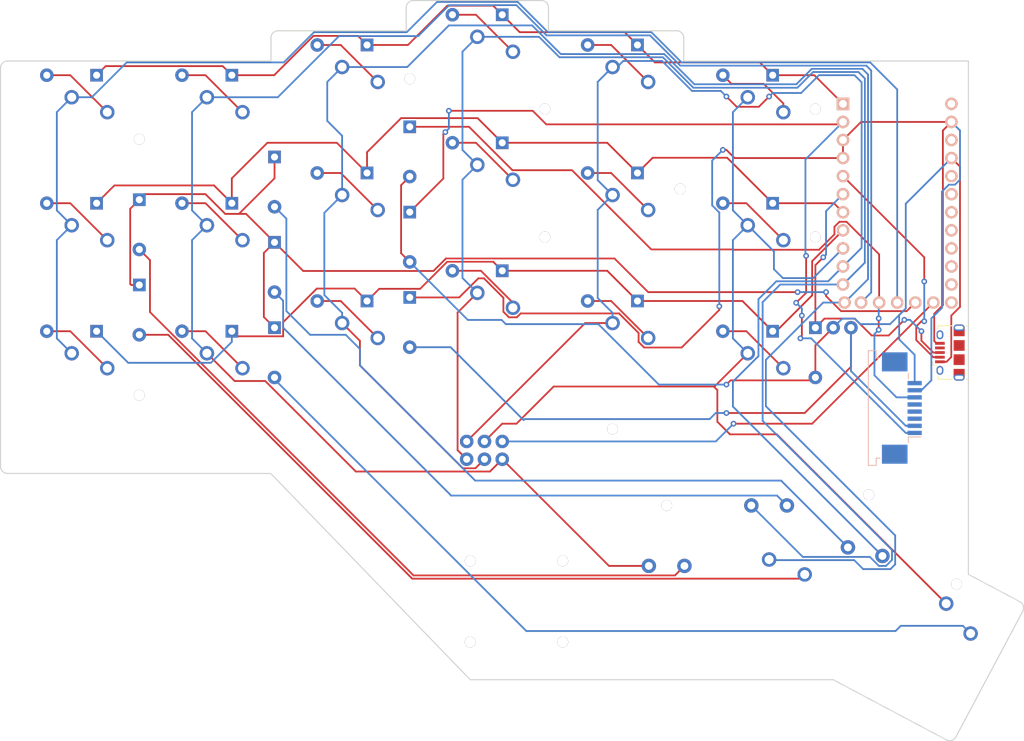
<source format=kicad_pcb>
(kicad_pcb (version 20211014) (generator pcbnew)
  (title_block (title "keyboard") (rev "v1.0.0") (company "Unknown"))
  (layers (0 "F.Cu" signal) (31 "B.Cu" signal) (34 "B.Paste" user) (35 "F.Paste" user) (36 "B.SilkS" user "B.Silkscreen") (37 "F.SilkS" user "F.Silkscreen") (38 "B.Mask" user) (39 "F.Mask" user) (44 "Edge.Cuts" user))
  (net 0 "")
  (net 1 "outer_bottom")
  (net 2 "C7")
  (net 3 "outer_home")
  (net 4 "outer_top")
  (net 5 "pinky_bottom")
  (net 6 "B7")
  (net 7 "pinky_home")
  (net 8 "pinky_top")
  (net 9 "ring_bottom")
  (net 10 "B5")
  (net 11 "ring_home")
  (net 12 "ring_top")
  (net 13 "middle_bottom")
  (net 14 "B4")
  (net 15 "middle_home")
  (net 16 "middle_top")
  (net 17 "index_bottom")
  (net 18 "E6")
  (net 19 "index_home")
  (net 20 "index_top")
  (net 21 "inner_bottom")
  (net 22 "D7")
  (net 23 "inner_home")
  (net 24 "inner_top")
  (net 25 "inner_thumb")
  (net 26 "far_thumb")
  (net 27 "C6")
  (net 28 "D4")
  (net 29 "D3")
  (net 30 "F1")
  (net 31 "GND")
  (net 32 "RST")
  (net 33 "VCC")
  (net 34 "D2")
  (net 35 "D1")
  (net 36 "D0")
  (net 37 "D5")
  (net 38 "F0")
  (net 39 "B6")
  (net 40 "B2")
  (net 41 "B3")
  (net 42 "B1")
  (net 43 "F7")
  (net 44 "F6")
  (net 45 "F5")
  (net 46 "F4")
  (net 47 "B0")
  (net 48 "ml_diode")
  (net 49 "mr_diode")
  (net 50 "mm_diode")
  (net 51 "trackpoint_reset")
  (footprint "VIA-0.6mm" (layer "F.Cu") (at 254.5 109.75)
    (fp_text reference "")
    (fp_text value "")
  )
  (footprint "PG1350" (layer "F.Cu") (at 188 127.75)
    (fp_text reference "S8" hide)
    (fp_text value "" hide)
  )
  (footprint "ComboDiode" (layer "F.Cu") (at 159.5 126 -90)
    (fp_text reference "D21" hide)
    (fp_text value "" hide)
  )
  (footprint "PG1350" (layer "F.Cu") (at 169 114)
    (fp_text reference "S6" hide)
    (fp_text value "" hide)
  )
  (footprint "PG1350" (layer "F.Cu") (at 226 109.75)
    (fp_text reference "S15" hide)
    (fp_text value "" hide)
  )
  (footprint "ComboDiode" (layer "F.Cu") (at 226 100.75 180)
    (fp_text reference "D15" hide)
    (fp_text value "" hide)
  )
  (footprint "ComboDiode" (layer "F.Cu") (at 188 100.75 180)
    (fp_text reference "D9" hide)
    (fp_text value "" hide)
  )
  (footprint "PG1350" (layer "F.Cu") (at 169 132)
    (fp_text reference "S5" hide)
    (fp_text value "" hide)
  )
  (footprint "PG1350" (layer "F.Cu") (at 226 145.75)
    (fp_text reference "S13" hide)
    (fp_text value "" hide)
  )
  (footprint "ComboDiode" (layer "F.Cu") (at 197.5 139.75 -90)
    (fp_text reference "D26" hide)
    (fp_text value "" hide)
  )
  (footprint "ComboDiode" (layer "F.Cu") (at 245 123 180)
    (fp_text reference "D17" hide)
    (fp_text value "" hide)
  )
  (footprint "PG1350" (layer "F.Cu") (at 248 179)
    (fp_text reference "S19" hide)
    (fp_text value "" hide)
  )
  (footprint "PG1350" (layer "F.Cu") (at 169 150)
    (fp_text reference "S4" hide)
    (fp_text value "" hide)
  )
  (footprint "PG1350" (layer "F.Cu") (at 150 150)
    (fp_text reference "S1" hide)
    (fp_text value "" hide)
  )
  (footprint "PG1350" (layer "F.Cu") (at 226 127.75)
    (fp_text reference "S14" hide)
    (fp_text value "" hide)
  )
  (footprint "ComboDiode" (layer "F.Cu") (at 188 136.75 180)
    (fp_text reference "D7" hide)
    (fp_text value "" hide)
  )
  (footprint "PG1350" (layer "F.Cu") (at 245 114)
    (fp_text reference "S18" hide)
    (fp_text value "" hide)
  )
  (footprint "VIA-0.6mm" (layer "F.Cu") (at 159.5 150)
    (fp_text reference "")
    (fp_text value "")
  )
  (footprint "VIA-0.6mm" (layer "F.Cu") (at 235.5 121)
    (fp_text reference "")
    (fp_text value "")
  )
  (footprint "PG1350" (layer "F.Cu") (at 270.113246 184.513452 -28)
    (fp_text reference "S20" hide)
    (fp_text value "" hide)
  )
  (footprint "ComboDiode" (layer "F.Cu") (at 245 105 180)
    (fp_text reference "D18" hide)
    (fp_text value "" hide)
  )
  (footprint "VIA-0.6mm" (layer "F.Cu") (at 206 184.7)
    (fp_text reference "")
    (fp_text value "")
  )
  (footprint "PG1350" (layer "F.Cu") (at 188 109.75)
    (fp_text reference "S9" hide)
    (fp_text value "" hide)
  )
  (footprint "ComboDiode" (layer "F.Cu") (at 197.5 127.75 -90)
    (fp_text reference "D27" hide)
    (fp_text value "" hide)
  )
  (footprint "ComboDiode" (layer "F.Cu") (at 178.5 144 -90)
    (fp_text reference "D25" hide)
    (fp_text value "" hide)
  )
  (footprint "VIA-0.6mm" (layer "F.Cu") (at 259.5 140.5)
    (fp_text reference "" hide)
    (fp_text value "VIA-0.6mm" hide)
  )
  (footprint "PG1350" (layer "F.Cu") (at 150 132)
    (fp_text reference "S2" hide)
    (fp_text value "" hide)
  )
  (footprint "ComboDiode" (layer "F.Cu") (at 150 105 180)
    (fp_text reference "D3" hide)
    (fp_text value "" hide)
  )
  (footprint "PG1350" (layer "F.Cu") (at 207 141.5)
    (fp_text reference "S10" hide)
    (fp_text value "" hide)
  )
  (footprint "PG1350" (layer "F.Cu") (at 245 150)
    (fp_text reference "S16" hide)
    (fp_text value "" hide)
  )
  (footprint "ComboDiode" (layer "F.Cu") (at 169 105 180)
    (fp_text reference "D6" hide)
    (fp_text value "" hide)
  )
  (footprint "PG1350" (layer "F.Cu") (at 188 145.75)
    (fp_text reference "S7" hide)
    (fp_text value "" hide)
  )
  (footprint "ComboDiode" (layer "F.Cu") (at 207 114.5 180)
    (fp_text reference "D11" hide)
    (fp_text value "" hide)
  )
  (footprint "ComboDiode" (layer "F.Cu") (at 197.5 115.75 -90)
    (fp_text reference "D28" hide)
    (fp_text value "" hide)
  )
  (footprint "VIA-0.6mm" (layer "F.Cu") (at 233.6 165.5)
    (fp_text reference "")
    (fp_text value "")
  )
  (footprint "ComboDiode" (layer "F.Cu") (at 169 141 180)
    (fp_text reference "D4" hide)
    (fp_text value "" hide)
  )
  (footprint "ComboDiode" (layer "F.Cu") (at 245 141 180)
    (fp_text reference "D16" hide)
    (fp_text value "" hide)
  )
  (footprint "ComboDiode" (layer "F.Cu") (at 178.5 132 -90)
    (fp_text reference "D24" hide)
    (fp_text value "" hide)
  )
  (footprint "Connector_USB:USB_Micro-B_Amphenol_10118194_Horizontal" (layer "F.Cu") (at 273.4 144 90)
    (fp_text reference "")
    (fp_text value "USB_Micro-B_Amphenol_10118194_Horizontal")
  )
  (footprint "VIA-0.6mm" (layer "F.Cu") (at 206 173.3)
    (fp_text reference "")
    (fp_text value "")
  )
  (footprint "kailhgm" (layer "F.Cu") (at 261.5 172 -14)
    (fp_text reference "M2" hide)
    (fp_text value "" hide)
  )
  (footprint "ComboDiode" (layer "F.Cu") (at 150 123 180)
    (fp_text reference "D2" hide)
    (fp_text value "" hide)
  )
  (footprint "PG1350" (layer "F.Cu") (at 150 114)
    (fp_text reference "S3" hide)
    (fp_text value "" hide)
  )
  (footprint "VIA-0.6mm" (layer "F.Cu") (at 216.5 127.75)
    (fp_text reference "")
    (fp_text value "")
  )
  (footprint "VIA-0.6mm" (layer "F.Cu") (at 257 140.5)
    (fp_text reference "" hide)
    (fp_text value "VIA-0.6mm" hide)
  )
  (footprint "ComboDiode" (layer "F.Cu") (at 178.5 120 -90)
    (fp_text reference "D23" hide)
    (fp_text value "" hide)
  )
  (footprint "ComboDiode" (layer "F.Cu") (at 254.5 144 -90)
    (fp_text reference "D30" hide)
    (fp_text value "" hide)
  )
  (footprint "VIA-0.6mm" (layer "F.Cu") (at 274.33849 176.566923 -28)
    (fp_text reference "")
    (fp_text value "")
  )
  (footprint "ComboDiode" (layer "F.Cu") (at 169 123 180)
    (fp_text reference "D5" hide)
    (fp_text value "" hide)
  )
  (footprint "VIA-0.6mm" (layer "F.Cu") (at 197.5 105.5)
    (fp_text reference "")
    (fp_text value "")
  )
  (footprint "PG1350" (layer "F.Cu") (at 245 132)
    (fp_text reference "S17" hide)
    (fp_text value "" hide)
  )
  (footprint "ComboDiode" (layer "F.Cu") (at 226 136.75 180)
    (fp_text reference "D13" hide)
    (fp_text value "" hide)
  )
  (footprint "PG1350" (layer "F.Cu") (at 207 123.5)
    (fp_text reference "S11" hide)
    (fp_text value "" hide)
  )
  (footprint "VIA-0.6mm" (layer "F.Cu") (at 226 154.75)
    (fp_text reference "")
    (fp_text value "")
  )
  (footprint "VIA-0.6mm" (layer "F.Cu") (at 159.5 114)
    (fp_text reference "")
    (fp_text value "")
  )
  (footprint "ComboDiode" (layer "F.Cu") (at 159.5 138 -90)
    (fp_text reference "D22" hide)
    (fp_text value "" hide)
  )
  (footprint "VIA-0.6mm" (layer "F.Cu") (at 254.5 127.75)
    (fp_text reference "")
    (fp_text value "")
  )
  (footprint "kailhgm" (layer "F.Cu") (at 248 165.5)
    (fp_text reference "M3" hide)
    (fp_text value "" hide)
  )
  (footprint "VIA-0.6mm" (layer "F.Cu") (at 216.5 109.75)
    (fp_text reference "")
    (fp_text value "")
  )
  (footprint "Elite-C-castellated-29pin-holes" (layer "F.Cu") (at 266 123 -90)
    (fp_text reference "")
    (fp_text value "")
  )
  (footprint "fiveway" (layer "F.Cu") (at 208 159)
    (fp_text reference "D29" hide)
    (fp_text value "" hide)
  )
  (footprint "VIA-0.6mm" (layer "F.Cu") (at 219 173.3)
    (fp_text reference "")
    (fp_text value "")
  )
  (footprint "PG1350" (layer "F.Cu") (at 207 105.5)
    (fp_text reference "S12" hide)
    (fp_text value "" hide)
  )
  (footprint "ComboDiode" (layer "F.Cu") (at 150 141 180)
    (fp_text reference "D1" hide)
    (fp_text value "" hide)
  )
  (footprint "ComboDiode" (layer "F.Cu") (at 226 118.75 180)
    (fp_text reference "D14" hide)
    (fp_text value "" hide)
  )
  (footprint "ComboDiode" (layer "F.Cu") (at 207 132.5 180)
    (fp_text reference "D10" hide)
    (fp_text value "" hide)
  )
  (footprint "ComboDiode" (layer "F.Cu") (at 207 96.5 180)
    (fp_text reference "D12" hide)
    (fp_text value "" hide)
  )
  (footprint "kailhgm" (layer "F.Cu") (at 233.6 174)
    (fp_text reference "M1" hide)
    (fp_text value "" hide)
  )
  (footprint "ComboDiode" (layer "F.Cu") (at 188 118.75 180)
    (fp_text reference "D8" hide)
    (fp_text value "" hide)
  )
  (footprint "VIA-0.6mm" (layer "F.Cu") (at 219 184.7)
    (fp_text reference "")
    (fp_text value "")
  )
  (footprint "VIA-0.6mm" (layer "F.Cu") (at 262 164)
    (fp_text reference "")
    (fp_text value "")
  )
  (footprint "Connector_FFC-FPC:TE_84952-8_1x08-1MP_P1.0mm_Horizontal" (layer "B.Cu") (at 266.65 151.8 90)
    (fp_text reference "")
    (fp_text value "TE_84952-8_1x08-1MP_P1.0mm_Horizontal")
  )
  (gr_line (start 206 190) (end 257 190) (layer "Edge.Cuts") (width 0.15))
  (gr_line (start 216 94.5) (end 198 94.5) (layer "Edge.Cuts") (width 0.15))
  (gr_arc (start 216 94.5) (mid 216.707107 94.792893) (end 217 95.5) (layer "Edge.Cuts") (width 0.15))
  (gr_arc (start 141 161) (mid 140.292893 160.707107) (end 140 160) (layer "Edge.Cuts") (width 0.15))
  (gr_line (start 178 99.75) (end 178 103) (layer "Edge.Cuts") (width 0.15))
  (gr_line (start 140 160) (end 140 104) (layer "Edge.Cuts") (width 0.15))
  (gr_arc (start 257.002531 190.000631) (mid 257.001937 190.000315) (end 257.001344 189.999999) (layer "Edge.Cuts") (width 0.15))
  (gr_arc (start 235 98.75) (mid 235.707107 99.042893) (end 236 99.75) (layer "Edge.Cuts") (width 0.15))
  (gr_line (start 283.223962 179.026272) (end 276 175.185223) (layer "Edge.Cuts") (width 0.15))
  (gr_line (start 177.966667 161) (end 206 190) (layer "Edge.Cuts") (width 0.15))
  (gr_line (start 274.248007 198.037643) (end 283.637438 180.378691) (layer "Edge.Cuts") (width 0.15))
  (gr_line (start 257.002531 190.000631) (end 272.895587 198.451119) (layer "Edge.Cuts") (width 0.15))
  (gr_line (start 141 161) (end 177.966667 161) (layer "Edge.Cuts") (width 0.15))
  (gr_line (start 179 98.75) (end 197 98.75) (layer "Edge.Cuts") (width 0.15))
  (gr_line (start 236 103) (end 236 99.75) (layer "Edge.Cuts") (width 0.15))
  (gr_line (start 236 103) (end 276 103) (layer "Edge.Cuts") (width 0.15))
  (gr_line (start 217 98.75) (end 235 98.75) (layer "Edge.Cuts") (width 0.15))
  (gr_arc (start 140 104) (mid 140.292893 103.292893) (end 141 103) (layer "Edge.Cuts") (width 0.15))
  (gr_arc (start 178 99.75) (mid 178.292893 99.042893) (end 179 98.75) (layer "Edge.Cuts") (width 0.15))
  (gr_line (start 141 103) (end 178 103) (layer "Edge.Cuts") (width 0.15))
  (gr_arc (start 283.223961 179.026272) (mid 283.710795 179.616848) (end 283.637438 180.378691) (layer "Edge.Cuts") (width 0.15))
  (gr_arc (start 274.248006 198.037644) (mid 273.65743 198.524477) (end 272.895587 198.451119) (layer "Edge.Cuts") (width 0.15))
  (gr_arc (start 197 95.5) (mid 197.292893 94.792893) (end 198 94.5) (layer "Edge.Cuts") (width 0.15))
  (gr_line (start 276 175.185223) (end 276 103) (layer "Edge.Cuts") (width 0.15))
  (gr_line (start 197 95.5) (end 197 98.75) (layer "Edge.Cuts") (width 0.15))
  (gr_line (start 217 98.75) (end 217 95.5) (layer "Edge.Cuts") (width 0.15))
  (segment (start 149.8 141) (end 155 146.2) (width 0.25) (layer "F.Cu") (net 1))
  (segment (start 146.5 141) (end 149.8 141) (width 0.25) (layer "F.Cu") (net 1))
  (segment (start 150 108.1) (end 152.827022 108.1) (width 0.25) (layer "B.Cu") (net 2))
  (segment (start 150 144.1) (end 147.910979 142.010979) (width 0.25) (layer "B.Cu") (net 2))
  (segment (start 147.910979 128.189021) (end 150 126.1) (width 0.25) (layer "B.Cu") (net 2))
  (segment (start 201.332643 94.69952) (end 212.667357 94.69952) (width 0.25) (layer "B.Cu") (net 2))
  (segment (start 266 107) (end 266 136.97) (width 0.25) (layer "B.Cu") (net 2))
  (segment (start 197.082643 98.94952) (end 201.332643 94.69952) (width 0.25) (layer "B.Cu") (net 2))
  (segment (start 150 126.1) (end 147.910979 124.010979) (width 0.25) (layer "B.Cu") (net 2))
  (segment (start 184.05048 98.94952) (end 197.082643 98.94952) (width 0.25) (layer "B.Cu") (net 2))
  (segment (start 147.910979 142.010979) (end 147.910979 128.189021) (width 0.25) (layer "B.Cu") (net 2))
  (segment (start 157.727502 103.19952) (end 179.80048 103.19952) (width 0.25) (layer "B.Cu") (net 2))
  (segment (start 152.827022 108.1) (end 157.727502 103.19952) (width 0.25) (layer "B.Cu") (net 2))
  (segment (start 147.910979 124.010979) (end 147.910979 110.189021) (width 0.25) (layer "B.Cu") (net 2))
  (segment (start 179.80048 103.19952) (end 184.05048 98.94952) (width 0.25) (layer "B.Cu") (net 2))
  (segment (start 235.69952 103.19952) (end 262.19952 103.19952) (width 0.25) (layer "B.Cu") (net 2))
  (segment (start 231.44952 98.94952) (end 235.69952 103.19952) (width 0.25) (layer "B.Cu") (net 2))
  (segment (start 262.19952 103.19952) (end 266 107) (width 0.25) (layer "B.Cu") (net 2))
  (segment (start 212.667357 94.69952) (end 216.917357 98.94952) (width 0.25) (layer "B.Cu") (net 2))
  (segment (start 216.917357 98.94952) (end 231.44952 98.94952) (width 0.25) (layer "B.Cu") (net 2))
  (segment (start 147.910979 110.189021) (end 150 108.1) (width 0.25) (layer "B.Cu") (net 2))
  (segment (start 149.8 123) (end 155 128.2) (width 0.25) (layer "F.Cu") (net 3))
  (segment (start 146.5 123) (end 149.8 123) (width 0.25) (layer "F.Cu") (net 3))
  (segment (start 149.8 105) (end 155 110.2) (width 0.25) (layer "F.Cu") (net 4))
  (segment (start 146.5 105) (end 149.8 105) (width 0.25) (layer "F.Cu") (net 4))
  (segment (start 165.5 141) (end 168.8 141) (width 0.25) (layer "F.Cu") (net 5))
  (segment (start 168.8 141) (end 174 146.2) (width 0.25) (layer "F.Cu") (net 5))
  (segment (start 225.5 174) (end 210.5 159) (width 0.25) (layer "F.Cu") (net 6))
  (segment (start 210.5 159) (end 208.773469 160.726531) (width 0.25) (layer "F.Cu") (net 6))
  (segment (start 189.920564 160.726531) (end 177.194033 148) (width 0.25) (layer "F.Cu") (net 6))
  (segment (start 172.9 148) (end 169 144.1) (width 0.25) (layer "F.Cu") (net 6))
  (segment (start 208.773469 160.726531) (end 189.920564 160.726531) (width 0.25) (layer "F.Cu") (net 6))
  (segment (start 177.194033 148) (end 172.9 148) (width 0.25) (layer "F.Cu") (net 6))
  (segment (start 231.1 174) (end 225.5 174) (width 0.25) (layer "F.Cu") (net 6))
  (segment (start 212.481159 95.14904) (end 216.73116 99.39904) (width 0.25) (layer "B.Cu") (net 6))
  (segment (start 262.34856 104.34856) (end 262.34856 135.54144) (width 0.25) (layer "B.Cu") (net 6))
  (segment (start 262.34856 135.54144) (end 260.92 136.97) (width 0.25) (layer "B.Cu") (net 6))
  (segment (start 166.910979 124.010979) (end 169 126.1) (width 0.25) (layer "B.Cu") (net 6))
  (segment (start 187.555967 99.5) (end 198.694033 99.5) (width 0.25) (layer "B.Cu") (net 6))
  (segment (start 203.044993 95.14904) (end 212.481159 95.14904) (width 0.25) (layer "B.Cu") (net 6))
  (segment (start 169 126.1) (end 166.910979 128.189021) (width 0.25) (layer "B.Cu") (net 6))
  (segment (start 231.263322 99.39904) (end 235.513323 103.64904) (width 0.25) (layer "B.Cu") (net 6))
  (segment (start 261.64904 103.64904) (end 262.34856 104.34856) (width 0.25) (layer "B.Cu") (net 6))
  (segment (start 216.73116 99.39904) (end 231.263322 99.39904) (width 0.25) (layer "B.Cu") (net 6))
  (segment (start 178.955967 108.1) (end 187.555967 99.5) (width 0.25) (layer "B.Cu") (net 6))
  (segment (start 166.910979 110.189021) (end 166.910979 124.010979) (width 0.25) (layer "B.Cu") (net 6))
  (segment (start 166.910979 142.010979) (end 169 144.1) (width 0.25) (layer "B.Cu") (net 6))
  (segment (start 198.694033 99.5) (end 203.044993 95.14904) (width 0.25) (layer "B.Cu") (net 6))
  (segment (start 235.513323 103.64904) (end 261.64904 103.64904) (width 0.25) (layer "B.Cu") (net 6))
  (segment (start 169 108.1) (end 166.910979 110.189021) (width 0.25) (layer "B.Cu") (net 6))
  (segment (start 166.910979 128.189021) (end 166.910979 142.010979) (width 0.25) (layer "B.Cu") (net 6))
  (segment (start 169 108.1) (end 178.955967 108.1) (width 0.25) (layer "B.Cu") (net 6))
  (segment (start 165.5 123) (end 168.8 123) (width 0.25) (layer "F.Cu") (net 7))
  (segment (start 168.8 123) (end 174 128.2) (width 0.25) (layer "F.Cu") (net 7))
  (segment (start 168.8 105) (end 174 110.2) (width 0.25) (layer "F.Cu") (net 8))
  (segment (start 165.5 105) (end 168.8 105) (width 0.25) (layer "F.Cu") (net 8))
  (segment (start 184.5 136.75) (end 187.8 136.75) (width 0.25) (layer "F.Cu") (net 9))
  (segment (start 187.8 136.75) (end 193 141.95) (width 0.25) (layer "F.Cu") (net 9))
  (segment (start 190.5 142.35) (end 188 139.85) (width 0.25) (layer "F.Cu") (net 10))
  (segment (start 204.971044 160.277011) (end 190.5 145.805967) (width 0.25) (layer "F.Cu") (net 10))
  (segment (start 206.722989 160.277011) (end 204.971044 160.277011) (width 0.25) (layer "F.Cu") (net 10))
  (segment (start 190.5 145.805967) (end 190.5 142.35) (width 0.25) (layer "F.Cu") (net 10))
  (segment (start 208 159) (end 206.722989 160.277011) (width 0.25) (layer "F.Cu") (net 10))
  (segment (start 247.538541 151.538541) (end 247.538541 145.034437) (width 0.25) (layer "B.Cu") (net 10))
  (segment (start 255.602978 136.97) (end 258.6086 136.97) (width 0.25) (layer "B.Cu") (net 10))
  (segment (start 188 113.516992) (end 185.910979 111.427971) (width 0.25) (layer "B.Cu") (net 10))
  (segment (start 261.214785 174.44952) (end 265.05048 174.44952) (width 0.25) (layer "B.Cu") (net 10))
  (segment (start 188 138.41316) (end 185.5 135.91316) (width 0.25) (layer "B.Cu") (net 10))
  (segment (start 237.505576 106.277011) (end 251.821549 106.277011) (width 0.25) (layer "B.Cu") (net 10))
  (segment (start 248 173.1) (end 248.085226 173.185226) (width 0.25) (layer "B.Cu") (net 10))
  (segment (start 234.614283 103.385718) (end 237.505576 106.277011) (width 0.25) (layer "B.Cu") (net 10))
  (segment (start 197.15 103.85) (end 203 98) (width 0.25) (layer "B.Cu") (net 10))
  (segment (start 261.09856 104.09856) (end 261.89904 104.89904) (width 0.25) (layer "B.Cu") (net 10))
  (segment (start 248.085226 173.185226) (end 259.950491 173.185226) (width 0.25) (layer "B.Cu") (net 10))
  (segment (start 233.255575 102.027011) (end 234.614283 103.385718) (width 0.25) (layer "B.Cu") (net 10))
  (segment (start 214.696401 98) (end 218.723412 102.027011) (width 0.25) (layer "B.Cu") (net 10))
  (segment (start 185.910979 105.939021) (end 188 103.85) (width 0.25) (layer "B.Cu") (net 10))
  (segment (start 218.723412 102.027011) (end 233.255575 102.027011) (width 0.25) (layer "B.Cu") (net 10))
  (segment (start 247.538541 145.034437) (end 255.602978 136.97) (width 0.25) (layer "B.Cu") (net 10))
  (segment (start 188 121.85) (end 188 113.516992) (width 0.25) (layer "B.Cu") (net 10))
  (segment (start 203 98) (end 214.696401 98) (width 0.25) (layer "B.Cu") (net 10))
  (segment (start 265.71577 169.71577) (end 247.538541 151.538541) (width 0.25) (layer "B.Cu") (net 10))
  (segment (start 188 103.85) (end 197.15 103.85) (width 0.25) (layer "B.Cu") (net 10))
  (segment (start 259.950491 173.185226) (end 261.214785 174.44952) (width 0.25) (layer "B.Cu") (net 10))
  (segment (start 265.71577 173.78423) (end 265.71577 169.71577) (width 0.25) (layer "B.Cu") (net 10))
  (segment (start 261.89904 133.67956) (end 258.6086 136.97) (width 0.25) (layer "B.Cu") (net 10))
  (segment (start 185.5 124.35) (end 188 121.85) (width 0.25) (layer "B.Cu") (net 10))
  (segment (start 254 104.09856) (end 261.09856 104.09856) (width 0.25) (layer "B.Cu") (net 10))
  (segment (start 251.821549 106.277011) (end 254 104.09856) (width 0.25) (layer "B.Cu") (net 10))
  (segment (start 188 139.85) (end 188 138.41316) (width 0.25) (layer "B.Cu") (net 10))
  (segment (start 185.5 135.91316) (end 185.5 124.35) (width 0.25) (layer "B.Cu") (net 10))
  (segment (start 185.910979 111.427971) (end 185.910979 105.939021) (width 0.25) (layer "B.Cu") (net 10))
  (segment (start 265.05048 174.44952) (end 265.71577 173.78423) (width 0.25) (layer "B.Cu") (net 10))
  (segment (start 261.89904 104.89904) (end 261.89904 133.67956) (width 0.25) (layer "B.Cu") (net 10))
  (segment (start 187.8 118.75) (end 193 123.95) (width 0.25) (layer "F.Cu") (net 11))
  (segment (start 184.5 118.75) (end 187.8 118.75) (width 0.25) (layer "F.Cu") (net 11))
  (segment (start 184.5 100.75) (end 187.8 100.75) (width 0.25) (layer "F.Cu") (net 12))
  (segment (start 187.8 100.75) (end 193 105.95) (width 0.25) (layer "F.Cu") (net 12))
  (segment (start 203.5 132.5) (end 207.5 132.5) (width 0.25) (layer "F.Cu") (net 13))
  (segment (start 212 137) (end 212 137.7) (width 0.25) (layer "F.Cu") (net 13))
  (segment (start 207.5 132.5) (end 212 137) (width 0.25) (layer "F.Cu") (net 13))
  (segment (start 205.5 159) (end 204.222989 157.722989) (width 0.25) (layer "F.Cu") (net 14))
  (segment (start 204.222989 138.377011) (end 207 135.6) (width 0.25) (layer "F.Cu") (net 14))
  (segment (start 204.222989 157.722989) (end 204.222989 138.377011) (width 0.25) (layer "F.Cu") (net 14))
  (segment (start 265.26625 173.160064) (end 265.26625 171.76625) (width 0.25) (layer "B.Cu") (net 14))
  (segment (start 251.974789 106.759489) (end 252.271069 106.463208) (width 0.25) (layer "B.Cu") (net 14))
  (segment (start 252.271069 106.463208) (end 254.186197 104.54808) (width 0.25) (layer "B.Cu") (net 14))
  (segment (start 261.44952 105.44952) (end 261.44952 131.36048) (width 0.25) (layer "B.Cu") (net 14))
  (segment (start 249.57 134.43) (end 258.38 134.43) (width 0.25) (layer "B.Cu") (net 14))
  (segment (start 207 99.6) (end 215.660683 99.6) (width 0.25) (layer "B.Cu") (net 14))
  (segment (start 204.910979 133.510979) (end 207 135.6) (width 0.25) (layer "B.Cu") (net 14))
  (segment (start 207 117.6) (end 204.910979 119.689021) (width 0.25) (layer "B.Cu") (net 14))
  (segment (start 260.54808 104.54808) (end 261.44952 105.44952) (width 0.25) (layer "B.Cu") (net 14))
  (segment (start 215.660683 99.6) (end 218.537215 102.476531) (width 0.25) (layer "B.Cu") (net 14))
  (segment (start 261.44952 131.36048) (end 258.38 134.43) (width 0.25) (layer "B.Cu") (net 14))
  (segment (start 265.26625 171.76625) (end 247.089021 153.589021) (width 0.25) (layer "B.Cu") (net 14))
  (segment (start 262.16087 172.735706) (end 263.425164 174) (width 0.25) (layer "B.Cu") (net 14))
  (segment (start 204.910979 115.510979) (end 207 117.6) (width 0.25) (layer "B.Cu") (net 14))
  (segment (start 218.537215 102.476531) (end 233.069377 102.476531) (width 0.25) (layer "B.Cu") (net 14))
  (segment (start 233.069377 102.476531) (end 237.352336 106.759489) (width 0.25) (layer "B.Cu") (net 14))
  (segment (start 247.089021 136.910979) (end 249.57 134.43) (width 0.25) (layer "B.Cu") (net 14))
  (segment (start 204.910979 119.689021) (end 204.910979 133.510979) (width 0.25) (layer "B.Cu") (net 14))
  (segment (start 254.186197 104.54808) (end 260.54808 104.54808) (width 0.25) (layer "B.Cu") (net 14))
  (segment (start 237.352336 106.759489) (end 251.974789 106.759489) (width 0.25) (layer "B.Cu") (net 14))
  (segment (start 252.735706 172.735706) (end 262.16087 172.735706) (width 0.25) (layer "B.Cu") (net 14))
  (segment (start 204.910979 101.689021) (end 204.910979 115.510979) (width 0.25) (layer "B.Cu") (net 14))
  (segment (start 264.426314 174) (end 265.26625 173.160064) (width 0.25) (layer "B.Cu") (net 14))
  (segment (start 245.5 165.5) (end 252.735706 172.735706) (width 0.25) (layer "B.Cu") (net 14))
  (segment (start 207 99.6) (end 204.910979 101.689021) (width 0.25) (layer "B.Cu") (net 14))
  (segment (start 247.089021 153.589021) (end 247.089021 136.910979) (width 0.25) (layer "B.Cu") (net 14))
  (segment (start 263.425164 174) (end 264.426314 174) (width 0.25) (layer "B.Cu") (net 14))
  (segment (start 206.8 114.5) (end 212 119.7) (width 0.25) (layer "F.Cu") (net 15))
  (segment (start 203.5 114.5) (end 206.8 114.5) (width 0.25) (layer "F.Cu") (net 15))
  (segment (start 203.5 96.5) (end 206.8 96.5) (width 0.25) (layer "F.Cu") (net 16))
  (segment (start 206.8 96.5) (end 212 101.7) (width 0.25) (layer "F.Cu") (net 16))
  (segment (start 225.8 136.75) (end 231 141.95) (width 0.25) (layer "F.Cu") (net 17))
  (segment (start 222.5 136.75) (end 225.8 136.75) (width 0.25) (layer "F.Cu") (net 17))
  (segment (start 246.559489 109.440511) (end 248 108) (width 0.25) (layer "F.Cu") (net 18))
  (segment (start 242 108) (end 243.440511 109.440511) (width 0.25) (layer "F.Cu") (net 18))
  (segment (start 222.15 139.85) (end 226 139.85) (width 0.25) (layer "F.Cu") (net 18))
  (segment (start 205.5 156.5) (end 222.15 139.85) (width 0.25) (layer "F.Cu") (net 18))
  (segment (start 243.440511 109.440511) (end 246.559489 109.440511) (width 0.25) (layer "F.Cu") (net 18))
  (segment (start 225.85 140) (end 226 139.85) (width 0.25) (layer "F.Cu") (net 18))
  (via (at 242 108) (size 0.8) (drill 0.4) (layers "F.Cu" "B.Cu") (net 18))
  (via (at 248 108) (size 0.8) (drill 0.4) (layers "F.Cu" "B.Cu") (net 18))
  (segment (start 246.5 136.5) (end 246.5 144.5) (width 0.25) (layer "B.Cu") (net 18))
  (segment (start 252.5 107.5) (end 255 105) (width 0.25) (layer "B.Cu") (net 18))
  (segment (start 242.910979 151.590045) (end 263.925739 172.604805) (width 0.25) (layer "B.Cu") (net 18))
  (segment (start 248.5 107.5) (end 252.5 107.5) (width 0.25) (layer "B.Cu") (net 18))
  (segment (start 246.5 144.5) (end 242.910979 148.089021) (width 0.25) (layer "B.Cu") (net 18))
  (segment (start 256.28952 133.98048) (end 249.01952 133.98048) (width 0.25) (layer "B.Cu") (net 18))
  (segment (start 227.5 103) (end 232.957128 103) (width 0.25) (layer "B.Cu") (net 18))
  (segment (start 261 129.27) (end 258.38 131.89) (width 0.25) (layer "B.Cu") (net 18))
  (segment (start 226.65 103.85) (end 227.5 103) (width 0.25) (layer "B.Cu") (net 18))
  (segment (start 260 105) (end 261 106) (width 0.25) (layer "B.Cu") (net 18))
  (segment (start 237.166139 107.209009) (end 241.209009 107.209009) (width 0.25) (layer "B.Cu") (net 18))
  (segment (start 232.957128 103) (end 237.166139 107.209009) (width 0.25) (layer "B.Cu") (net 18))
  (segment (start 249.01952 133.98048) (end 246.5 136.5) (width 0.25) (layer "B.Cu") (net 18))
  (segment (start 241.209009 107.209009) (end 242 108) (width 0.25) (layer "B.Cu") (net 18))
  (segment (start 242.910979 148.089021) (end 242.910979 151.590045) (width 0.25) (layer "B.Cu") (net 18))
  (segment (start 226 121.85) (end 223.910979 119.760979) (width 0.25) (layer "B.Cu") (net 18))
  (segment (start 223.910979 105.939021) (end 226 103.85) (width 0.25) (layer "B.Cu") (net 18))
  (segment (start 223.910979 136.324139) (end 223.910979 123.939021) (width 0.25) (layer "B.Cu") (net 18))
  (segment (start 255 105) (end 260 105) (width 0.25) (layer "B.Cu") (net 18))
  (segment (start 261 106) (end 261 129.27) (width 0.25) (layer "B.Cu") (net 18))
  (segment (start 258.38 131.89) (end 256.28952 133.98048) (width 0.25) (layer "B.Cu") (net 18))
  (segment (start 226 138.41316) (end 223.910979 136.324139) (width 0.25) (layer "B.Cu") (net 18))
  (segment (start 223.910979 123.939021) (end 226 121.85) (width 0.25) (layer "B.Cu") (net 18))
  (segment (start 226 103.85) (end 226.65 103.85) (width 0.25) (layer "B.Cu") (net 18))
  (segment (start 226 139.85) (end 226 138.41316) (width 0.25) (layer "B.Cu") (net 18))
  (segment (start 223.910979 119.760979) (end 223.910979 105.939021) (width 0.25) (layer "B.Cu") (net 18))
  (segment (start 248 108) (end 248.5 107.5) (width 0.25) (layer "B.Cu") (net 18))
  (segment (start 222.5 118.75) (end 225.8 118.75) (width 0.25) (layer "F.Cu") (net 19))
  (segment (start 225.8 118.75) (end 231 123.95) (width 0.25) (layer "F.Cu") (net 19))
  (segment (start 222.5 100.75) (end 225.8 100.75) (width 0.25) (layer "F.Cu") (net 20))
  (segment (start 225.8 100.75) (end 231 105.95) (width 0.25) (layer "F.Cu") (net 20))
  (segment (start 241.5 141) (end 244.8 141) (width 0.25) (layer "F.Cu") (net 21))
  (segment (start 244.8 141) (end 250 146.2) (width 0.25) (layer "F.Cu") (net 21))
  (segment (start 249.079067 155.5) (end 242.5 155.5) (width 0.25) (layer "F.Cu") (net 22))
  (segment (start 242.5 155.5) (end 240.725421 153.725421) (width 0.25) (layer "F.Cu") (net 22))
  (segment (start 212.5 154) (end 217.725421 148.774579) (width 0.25) (layer "F.Cu") (net 22))
  (segment (start 272.883128 179.304061) (end 249.079067 155.5) (width 0.25) (layer "F.Cu") (net 22))
  (segment (start 240.325421 148.774579) (end 245 144.1) (width 0.25) (layer "F.Cu") (net 22))
  (segment (start 240.725421 153.725421) (end 240.725421 149.274579) (width 0.25) (layer "F.Cu") (net 22))
  (segment (start 210.5 154) (end 212.5 154) (width 0.25) (layer "F.Cu") (net 22))
  (segment (start 217.725421 148.774579) (end 240.225421 148.774579) (width 0.25) (layer "F.Cu") (net 22))
  (segment (start 240.225421 148.774579) (end 240.325421 148.774579) (width 0.25) (layer "F.Cu") (net 22))
  (segment (start 240.725421 149.274579) (end 240.225421 148.774579) (width 0.25) (layer "F.Cu") (net 22))
  (segment (start 208 156.5) (end 210.5 154) (width 0.25) (layer "F.Cu") (net 22))
  (segment (start 248.675489 132.275489) (end 249.93096 133.53096) (width 0.25) (layer "B.Cu") (net 22))
  (segment (start 245 126.1) (end 242.910979 128.189021) (width 0.25) (layer "B.Cu") (net 22))
  (segment (start 245 126.1) (end 248.675489 129.775489) (width 0.25) (layer "B.Cu") (net 22))
  (segment (start 245 108.1) (end 242.910979 110.189021) (width 0.25) (layer "B.Cu") (net 22))
  (segment (start 248.675489 129.775489) (end 248.675489 132.275489) (width 0.25) (layer "B.Cu") (net 22))
  (segment (start 242.910979 124.010979) (end 245 126.1) (width 0.25) (layer "B.Cu") (net 22))
  (segment (start 242.910979 110.189021) (end 242.910979 124.010979) (width 0.25) (layer "B.Cu") (net 22))
  (segment (start 249.93096 133.53096) (end 254.19904 133.53096) (width 0.25) (layer "B.Cu") (net 22))
  (segment (start 242.910979 142.010979) (end 245 144.1) (width 0.25) (layer "B.Cu") (net 22))
  (segment (start 254.19904 133.53096) (end 258.38 129.35) (width 0.25) (layer "B.Cu") (net 22))
  (segment (start 242.910979 128.189021) (end 242.910979 142.010979) (width 0.25) (layer "B.Cu") (net 22))
  (segment (start 241.5 123) (end 244.8 123) (width 0.25) (layer "F.Cu") (net 23))
  (segment (start 244.8 123) (end 250 128.2) (width 0.25) (layer "F.Cu") (net 23))
  (segment (start 241.5 105) (end 242.713511 106.213511) (width 0.25) (layer "F.Cu") (net 24))
  (segment (start 242.713511 106.213511) (end 247.238125 106.213511) (width 0.25) (layer "F.Cu") (net 24))
  (segment (start 247.238125 106.213511) (end 250 108.975386) (width 0.25) (layer "F.Cu") (net 24))
  (segment (start 250 108.975386) (end 250 110.2) (width 0.25) (layer "F.Cu") (net 24))
  (segment (start 197.848346 175.790031) (end 252.409969 175.790031) (width 0.25) (layer "F.Cu") (net 25))
  (segment (start 252.409969 175.790031) (end 253 175.2) (width 0.25) (layer "F.Cu") (net 25))
  (segment (start 159.5 141.5) (end 163.558315 141.5) (width 0.25) (layer "F.Cu") (net 25))
  (segment (start 163.558315 141.5) (end 197.848346 175.790031) (width 0.25) (layer "F.Cu") (net 25))
  (segment (start 275.230798 182.424431) (end 266.496969 182.424431) (width 0.25) (layer "B.Cu") (net 26))
  (segment (start 213.884627 183.156779) (end 178.5 147.772152) (width 0.25) (layer "B.Cu") (net 26))
  (segment (start 276.311976 183.505609) (end 275.230798 182.424431) (width 0.25) (layer "B.Cu") (net 26))
  (segment (start 178.5 147.772152) (end 178.5 147.5) (width 0.25) (layer "B.Cu") (net 26))
  (segment (start 266.496969 182.424431) (end 265.764621 183.156779) (width 0.25) (layer "B.Cu") (net 26))
  (segment (start 265.764621 183.156779) (end 213.884627 183.156779) (width 0.25) (layer "B.Cu") (net 26))
  (segment (start 189.75 135) (end 191.5 136.75) (width 0.25) (layer "F.Cu") (net 27))
  (segment (start 179.713511 139.730522) (end 184.444033 135) (width 0.25) (layer "F.Cu") (net 27))
  (segment (start 191.5 136.75) (end 193.213511 135.036489) (width 0.25) (layer "F.Cu") (net 27))
  (segment (start 229.5 136.75) (end 244.25 136.75) (width 0.25) (layer "F.Cu") (net 27))
  (segment (start 173.213511 141.713511) (end 179.713511 141.713511) (width 0.25) (layer "F.Cu") (net 27))
  (segment (start 202.777011 131.222989) (end 209.222989 131.222989) (width 0.25) (layer "F.Cu") (net 27))
  (segment (start 248.5 141) (end 249 141) (width 0.25) (layer "F.Cu") (net 27))
  (segment (start 179.713511 141.713511) (end 179.713511 139.730522) (width 0.25) (layer "F.Cu") (net 27))
  (segment (start 249 141) (end 254.05048 135.94952) (width 0.25) (layer "F.Cu") (net 27))
  (segment (start 184.444033 135) (end 189.75 135) (width 0.25) (layer "F.Cu") (net 27))
  (segment (start 254.05048 131.13952) (end 258.38 126.81) (width 0.25) (layer "F.Cu") (net 27))
  (segment (start 254.05048 135.94952) (end 254.05048 131.13952) (width 0.25) (layer "F.Cu") (net 27))
  (segment (start 209.222989 131.222989) (end 210.5 132.5) (width 0.25) (layer "F.Cu") (net 27))
  (segment (start 172.5 141) (end 173.213511 141.713511) (width 0.25) (layer "F.Cu") (net 27))
  (segment (start 198.963511 135.036489) (end 202.777011 131.222989) (width 0.25) (layer "F.Cu") (net 27))
  (segment (start 193.213511 135.036489) (end 198.963511 135.036489) (width 0.25) (layer "F.Cu") (net 27))
  (segment (start 225.25 132.5) (end 229.5 136.75) (width 0.25) (layer "F.Cu") (net 27))
  (segment (start 244.25 136.75) (end 248.5 141) (width 0.25) (layer "F.Cu") (net 27))
  (segment (start 210.5 132.5) (end 225.25 132.5) (width 0.25) (layer "F.Cu") (net 27))
  (segment (start 153.5 141) (end 157.940511 145.440511) (width 0.25) (layer "B.Cu") (net 27))
  (segment (start 157.940511 145.440511) (end 169.559489 145.440511) (width 0.25) (layer "B.Cu") (net 27))
  (segment (start 172.5 142.5) (end 172.5 141) (width 0.25) (layer "B.Cu") (net 27))
  (segment (start 169.559489 145.440511) (end 172.5 142.5) (width 0.25) (layer "B.Cu") (net 27))
  (segment (start 172.5 119.5) (end 177.5 114.5) (width 0.25) (layer "F.Cu") (net 28))
  (segment (start 242.105479 116.605479) (end 248.5 123) (width 0.25) (layer "F.Cu") (net 28))
  (segment (start 229.5 118.75) (end 231.644521 116.605479) (width 0.25) (layer "F.Cu") (net 28))
  (segment (start 257.11 123) (end 258.38 124.27) (width 0.25) (layer "F.Cu") (net 28))
  (segment (start 170 120.5) (end 172.5 123) (width 0.25) (layer "F.Cu") (net 28))
  (segment (start 177.5 114.5) (end 187.25 114.5) (width 0.25) (layer "F.Cu") (net 28))
  (segment (start 172.5 123) (end 172.5 119.5) (width 0.25) (layer "F.Cu") (net 28))
  (segment (start 210.5 114.5) (end 225.25 114.5) (width 0.25) (layer "F.Cu") (net 28))
  (segment (start 191.5 115.822978) (end 196.286489 111.036489) (width 0.25) (layer "F.Cu") (net 28))
  (segment (start 225.25 114.5) (end 229.5 118.75) (width 0.25) (layer "F.Cu") (net 28))
  (segment (start 207.036489 111.036489) (end 210.5 114.5) (width 0.25) (layer "F.Cu") (net 28))
  (segment (start 191.5 118.75) (end 191.5 115.822978) (width 0.25) (layer "F.Cu") (net 28))
  (segment (start 156 120.5) (end 170 120.5) (width 0.25) (layer "F.Cu") (net 28))
  (segment (start 187.25 114.5) (end 191.5 118.75) (width 0.25) (layer "F.Cu") (net 28))
  (segment (start 153.5 123) (end 156 120.5) (width 0.25) (layer "F.Cu") (net 28))
  (segment (start 248.5 123) (end 257.11 123) (width 0.25) (layer "F.Cu") (net 28))
  (segment (start 231.644521 116.605479) (end 242.105479 116.605479) (width 0.25) (layer "F.Cu") (net 28))
  (segment (start 196.286489 111.036489) (end 207.036489 111.036489) (width 0.25) (layer "F.Cu") (net 28))
  (segment (start 210.5 96.5) (end 212.94952 98.94952) (width 0.25) (layer "F.Cu") (net 29))
  (segment (start 246.69952 103.19952) (end 248.5 105) (width 0.25) (layer "F.Cu") (net 29))
  (segment (start 197.25 100.75) (end 202.777011 95.222989) (width 0.25) (layer "F.Cu") (net 29))
  (segment (start 212.94952 98.94952) (end 227.69952 98.94952) (width 0.25) (layer "F.Cu") (net 29))
  (segment (start 154.777011 103.722989) (end 171.222989 103.722989) (width 0.25) (layer "F.Cu") (net 29))
  (segment (start 229.5 100.75) (end 231.94952 103.19952) (width 0.25) (layer "F.Cu") (net 29))
  (segment (start 227.69952 98.94952) (end 229.5 100.75) (width 0.25) (layer "F.Cu") (net 29))
  (segment (start 171.222989 103.722989) (end 172.5 105) (width 0.25) (layer "F.Cu") (net 29))
  (segment (start 248.5 105) (end 254.35 105) (width 0.25) (layer "F.Cu") (net 29))
  (segment (start 254.35 105) (end 258.38 109.03) (width 0.25) (layer "F.Cu") (net 29))
  (segment (start 209.222989 95.222989) (end 210.5 96.5) (width 0.25) (layer "F.Cu") (net 29))
  (segment (start 172.5 105) (end 178.444033 105) (width 0.25) (layer "F.Cu") (net 29))
  (segment (start 153.5 105) (end 154.777011 103.722989) (width 0.25) (layer "F.Cu") (net 29))
  (segment (start 178.444033 105) (end 183.971044 99.472989) (width 0.25) (layer "F.Cu") (net 29))
  (segment (start 202.777011 95.222989) (end 209.222989 95.222989) (width 0.25) (layer "F.Cu") (net 29))
  (segment (start 231.94952 103.19952) (end 246.69952 103.19952) (width 0.25) (layer "F.Cu") (net 29))
  (segment (start 190.222989 99.472989) (end 191.5 100.75) (width 0.25) (layer "F.Cu") (net 29))
  (segment (start 191.5 100.75) (end 197.25 100.75) (width 0.25) (layer "F.Cu") (net 29))
  (segment (start 183.971044 99.472989) (end 190.222989 99.472989) (width 0.25) (layer "F.Cu") (net 29))
  (segment (start 173.5 124.5) (end 178.5 119.5) (width 0.25) (layer "F.Cu") (net 30))
  (segment (start 226.273469 130.773469) (end 231 135.5) (width 0.25) (layer "F.Cu") (net 30))
  (segment (start 200.837271 132.527011) (end 202.590814 130.773469) (width 0.25) (layer "F.Cu") (net 30))
  (segment (start 159.5 134.5) (end 158.361 134.5) (width 0.25) (layer "F.Cu") (net 30))
  (segment (start 178.5 128.5) (end 182.527011 132.527011) (width 0.25) (layer "F.Cu") (net 30))
  (segment (start 256 135.5) (end 256 136.059604) (width 0.25) (layer "F.Cu") (net 30))
  (segment (start 182.527011 132.527011) (end 200.837271 132.527011) (width 0.25) (layer "F.Cu") (net 30))
  (segment (start 258.111207 138.170811) (end 267.339189 138.170811) (width 0.25) (layer "F.Cu") (net 30))
  (segment (start 231 135.5) (end 252 135.5) (width 0.25) (layer "F.Cu") (net 30))
  (segment (start 256 136.059604) (end 258.111207 138.170811) (width 0.25) (layer "F.Cu") (net 30))
  (segment (start 158.222989 123.777011) (end 159.5 122.5) (width 0.25) (layer "F.Cu") (net 30))
  (segment (start 178.5 128.5) (end 174.5 124.5) (width 0.25) (layer "F.Cu") (net 30))
  (segment (start 158.361 134.5) (end 158.222989 134.361989) (width 0.25) (layer "F.Cu") (net 30))
  (segment (start 178.5 140.5) (end 177 139) (width 0.25) (layer "F.Cu") (net 30))
  (segment (start 158.222989 134.361989) (end 158.222989 123.777011) (width 0.25) (layer "F.Cu") (net 30))
  (segment (start 267.339189 138.170811) (end 268.54 136.97) (width 0.25) (layer "F.Cu") (net 30))
  (segment (start 159.5 122.5) (end 160.277011 121.722989) (width 0.25) (layer "F.Cu") (net 30))
  (segment (start 178.5 119.5) (end 178.5 116.5) (width 0.25) (layer "F.Cu") (net 30))
  (segment (start 174.5 124.5) (end 173.5 124.5) (width 0.25) (layer "F.Cu") (net 30))
  (segment (start 168.795967 121.722989) (end 171.572978 124.5) (width 0.25) (layer "F.Cu") (net 30))
  (segment (start 171.572978 124.5) (end 173.5 124.5) (width 0.25) (layer "F.Cu") (net 30))
  (segment (start 160.277011 121.722989) (end 168.795967 121.722989) (width 0.25) (layer "F.Cu") (net 30))
  (segment (start 202.590814 130.773469) (end 226.273469 130.773469) (width 0.25) (layer "F.Cu") (net 30))
  (segment (start 177 139) (end 177 130) (width 0.25) (layer "F.Cu") (net 30))
  (segment (start 177 130) (end 178.5 128.5) (width 0.25) (layer "F.Cu") (net 30))
  (via (at 256 135.5) (size 0.8) (drill 0.4) (layers "F.Cu" "B.Cu") (net 30))
  (via (at 252 135.5) (size 0.8) (drill 0.4) (layers "F.Cu" "B.Cu") (net 30))
  (segment (start 252 135.5) (end 256 135.5) (width 0.25) (layer "B.Cu") (net 30))
  (segment (start 272 142.7) (end 271.525 142.7) (width 0.25) (layer "F.Cu") (net 31))
  (segment (start 229.659489 142.505259) (end 230.444741 143.290511) (width 0.25) (layer "F.Cu") (net 31))
  (segment (start 271.525 142.7) (end 271.20048 142.37548) (width 0.25) (layer "F.Cu") (net 31))
  (segment (start 272.419189 137.329015) (end 272.419189 112.770811) (width 0.25) (layer "F.Cu") (net 31))
  (segment (start 207.136371 133.567859) (end 207.932141 133.567859) (width 0.25) (layer "F.Cu") (net 31))
  (segment (start 229.659489 141.245207) (end 229.659489 142.505259) (width 0.25) (layer "F.Cu") (net 31))
  (segment (start 230.444741 143.290511) (end 235.709489 143.290511) (width 0.25) (layer "F.Cu") (net 31))
  (segment (start 258.38 114.11) (end 258.38 116.65) (width 0.25) (layer "F.Cu") (net 31))
  (segment (start 211.444741 139.040511) (end 212.555259 139.040511) (width 0.25) (layer "F.Cu") (net 31))
  (segment (start 243.15 116.65) (end 242 115.5) (width 0.25) (layer "F.Cu") (net 31))
  (segment (start 271.20048 142.37548) (end 271.20048 138.547724) (width 0.25) (layer "F.Cu") (net 31))
  (segment (start 210.659489 136.295207) (end 210.659489 138.255259) (width 0.25) (layer "F.Cu") (net 31))
  (segment (start 260.92 111.57) (end 258.38 114.11) (width 0.25) (layer "F.Cu") (net 31))
  (segment (start 204.45423 136.25) (end 207.136371 133.567859) (width 0.25) (layer "F.Cu") (net 31))
  (segment (start 226.914282 138.5) (end 229.659489 141.245207) (width 0.25) (layer "F.Cu") (net 31))
  (segment (start 207.932141 133.567859) (end 210.659489 136.295207) (width 0.25) (layer "F.Cu") (net 31))
  (segment (start 271.20048 138.547724) (end 272.419189 137.329015) (width 0.25) (layer "F.Cu") (net 31))
  (segment (start 197.5 136.25) (end 204.45423 136.25) (width 0.25) (layer "F.Cu") (net 31))
  (segment (start 235.709489 143.290511) (end 241 138) (width 0.25) (layer "F.Cu") (net 31))
  (segment (start 213.09577 138.5) (end 226.914282 138.5) (width 0.25) (layer "F.Cu") (net 31))
  (segment (start 210.659489 138.255259) (end 211.444741 139.040511) (width 0.25) (layer "F.Cu") (net 31))
  (segment (start 241 138) (end 241 137.5) (width 0.25) (layer "F.Cu") (net 31))
  (segment (start 272.419189 112.770811) (end 273.62 111.57) (width 0.25) (layer "F.Cu") (net 31))
  (segment (start 212.555259 139.040511) (end 213.09577 138.5) (width 0.25) (layer "F.Cu") (net 31))
  (segment (start 273.62 111.57) (end 260.92 111.57) (width 0.25) (layer "F.Cu") (net 31))
  (segment (start 242 115.5) (end 241.5 115.5) (width 0.25) (layer "F.Cu") (net 31))
  (segment (start 258.38 116.65) (end 243.15 116.65) (width 0.25) (layer "F.Cu") (net 31))
  (via (at 241 137.5) (size 0.8) (drill 0.4) (layers "F.Cu" "B.Cu") (net 31))
  (via (at 241.5 115.5) (size 0.8) (drill 0.4) (layers "F.Cu" "B.Cu") (net 31))
  (segment (start 270.8 147.904022) (end 270.8 139.2) (width 0.25) (layer "B.Cu") (net 31))
  (segment (start 274.820811 112.770811) (end 273.62 111.57) (width 0.25) (layer "B.Cu") (net 31))
  (segment (start 240 123.305967) (end 240 117) (width 0.25) (layer "B.Cu") (net 31))
  (segment (start 240 117) (end 241.5 115.5) (width 0.25) (layer "B.Cu") (net 31))
  (segment (start 268.45 149.3) (end 269.404022 149.3) (width 0.25) (layer "B.Cu") (net 31))
  (segment (start 273.260985 120.390811) (end 274.117393 120.390811) (width 0.25) (layer "B.Cu") (net 31))
  (segment (start 241 137.5) (end 241 124.305967) (width 0.25) (layer "B.Cu") (net 31))
  (segment (start 270.8 139.2) (end 272.280811 137.719189) (width 0.25) (layer "B.Cu") (net 31))
  (segment (start 269.404022 149.3) (end 270.8 147.904022) (width 0.25) (layer "B.Cu") (net 31))
  (segment (start 274.820811 119.687393) (end 274.820811 112.770811) (width 0.25) (layer "B.Cu") (net 31))
  (segment (start 274.117393 120.390811) (end 274.820811 119.687393) (width 0.25) (layer "B.Cu") (net 31))
  (segment (start 241 124.305967) (end 240 123.305967) (width 0.25) (layer "B.Cu") (net 31))
  (segment (start 272.280811 137.719189) (end 272.280811 121.370985) (width 0.25) (layer "B.Cu") (net 31))
  (segment (start 272.280811 121.370985) (end 273.260985 120.390811) (width 0.25) (layer "B.Cu") (net 31))
  (segment (start 254.089021 147.910979) (end 242.589021 147.910979) (width 0.25) (layer "F.Cu") (net 33))
  (segment (start 273.600489 144.624511) (end 273.600489 138.799511) (width 0.25) (layer "F.Cu") (net 33))
  (segment (start 242.589021 147.910979) (end 242 148.5) (width 0.25) (layer "F.Cu") (net 33))
  (segment (start 273.600489 138.799511) (end 274.820811 137.579189) (width 0.25) (layer "F.Cu") (net 33))
  (segment (start 272 145.3) (end 272.925 145.3) (width 0.25) (layer "F.Cu") (net 33))
  (segment (start 197.5 119.25) (end 196.286489 120.463511) (width 0.25) (layer "F.Cu") (net 33))
  (segment (start 272.925 145.3) (end 273.600489 144.624511) (width 0.25) (layer "F.Cu") (net 33))
  (segment (start 254.5 143) (end 254.5 147.5) (width 0.25) (layer "F.Cu") (net 33))
  (segment (start 274.820811 137.579189) (end 274.820811 117.850811) (width 0.25) (layer "F.Cu") (net 33))
  (segment (start 257 140.5) (end 254.5 143) (width 0.25) (layer "F.Cu") (net 33))
  (segment (start 254.5 147.5) (end 254.089021 147.910979) (width 0.25) (layer "F.Cu") (net 33))
  (segment (start 274.820811 117.850811) (end 273.62 116.65) (width 0.25) (layer "F.Cu") (net 33))
  (segment (start 196.286489 130.036489) (end 197.5 131.25) (width 0.25) (layer "F.Cu") (net 33))
  (segment (start 196.286489 120.463511) (end 196.286489 130.036489) (width 0.25) (layer "F.Cu") (net 33))
  (via (at 242 148.5) (size 0.8) (drill 0.4) (layers "F.Cu" "B.Cu") (net 33))
  (segment (start 266.275489 142.146467) (end 266.275489 138.724511) (width 0.25) (layer "B.Cu") (net 33))
  (segment (start 266.9 138.1) (end 265 140) (width 0.25) (layer "B.Cu") (net 33))
  (segment (start 224 140) (end 211 140) (width 0.25) (layer "B.Cu") (net 33))
  (segment (start 273.62 116.65) (end 267.200811 123.069189) (width 0.25) (layer "B.Cu") (net 33))
  (segment (start 242 148.5) (end 232.5 148.5) (width 0.25) (layer "B.Cu") (net 33))
  (segment (start 265 140) (end 260.805967 140) (width 0.25) (layer "B.Cu") (net 33))
  (segment (start 268.45 148.3) (end 268.45 144.320978) (width 0.25) (layer "B.Cu") (net 33))
  (segment (start 260.028956 139.222989) (end 258.277011 139.222989) (width 0.25) (layer "B.Cu") (net 33))
  (segment (start 260.805967 140) (end 260.028956 139.222989) (width 0.25) (layer "B.Cu") (net 33))
  (segment (start 232.5 148.5) (end 224 140) (width 0.25) (layer "B.Cu") (net 33))
  (segment (start 268.45 144.320978) (end 266.275489 142.146467) (width 0.25) (layer "B.Cu") (net 33))
  (segment (start 211 140) (end 210.410979 139.410979) (width 0.25) (layer "B.Cu") (net 33))
  (segment (start 266.275489 138.724511) (end 266.9 138.1) (width 0.25) (layer "B.Cu") (net 33))
  (segment (start 210.410979 139.410979) (end 205.660979 139.410979) (width 0.25) (layer "B.Cu") (net 33))
  (segment (start 258.277011 139.222989) (end 257 140.5) (width 0.25) (layer "B.Cu") (net 33))
  (segment (start 267.200811 137.799189) (end 266.9 138.1) (width 0.25) (layer "B.Cu") (net 33))
  (segment (start 267.200811 123.069189) (end 267.200811 137.799189) (width 0.25) (layer "B.Cu") (net 33))
  (segment (start 205.660979 139.410979) (end 197.5 131.25) (width 0.25) (layer "B.Cu") (net 33))
  (segment (start 251.8 137) (end 253.2 135.6) (width 0.25) (layer "F.Cu") (net 34))
  (segment (start 203 110) (end 214.777848 110) (width 0.25) (layer "F.Cu") (net 34))
  (segment (start 202.222989 113.277011) (end 202.222989 119.527011) (width 0.25) (layer "F.Cu") (net 34))
  (segment (start 252.6 141.8) (end 252.6 138.8) (width 0.25) (layer "F.Cu") (net 34))
  (segment (start 202.5 113) (end 202.222989 113.277011) (width 0.25) (layer "F.Cu") (net 34))
  (segment (start 216.688827 111.910979) (end 258.039021 111.910979) (width 0.25) (layer "F.Cu") (net 34))
  (segment (start 214.777848 110) (end 216.688827 111.910979) (width 0.25) (layer "F.Cu") (net 34))
  (segment (start 258.039021 111.910979) (end 258.38 111.57) (width 0.25) (layer "F.Cu") (net 34))
  (segment (start 252.4 142) (end 252.6 141.8) (width 0.25) (layer "F.Cu") (net 34))
  (segment (start 253.2 135.6) (end 253.2 130.4) (width 0.25) (layer "F.Cu") (net 34))
  (segment (start 202.222989 119.527011) (end 197.5 124.25) (width 0.25) (layer "F.Cu") (net 34))
  (via (at 202.5 113) (size 0.8) (drill 0.4) (layers "F.Cu" "B.Cu") (net 34))
  (via (at 252.4 142) (size 0.8) (drill 0.4) (layers "F.Cu" "B.Cu") (net 34))
  (via (at 252.6 138.8) (size 0.8) (drill 0.4) (layers "F.Cu" "B.Cu") (net 34))
  (via (at 251.8 137) (size 0.8) (drill 0.4) (layers "F.Cu" "B.Cu") (net 34))
  (via (at 253.2 130.4) (size 0.8) (drill 0.4) (layers "F.Cu" "B.Cu") (net 34))
  (via (at 203 110) (size 0.8) (drill 0.4) (layers "F.Cu" "B.Cu") (net 34))
  (segment (start 267.2 155.3) (end 268.45 155.3) (width 0.25) (layer "B.Cu") (net 34))
  (segment (start 253.9 142) (end 267.2 155.3) (width 0.25) (layer "B.Cu") (net 34))
  (segment (start 252.6 138.8) (end 252.6 137.8) (width 0.25) (layer "B.Cu") (net 34))
  (segment (start 203 110) (end 203 112.5) (width 0.25) (layer "B.Cu") (net 34))
  (segment (start 252.4 142) (end 253.9 142) (width 0.25) (layer "B.Cu") (net 34))
  (segment (start 268.45 155.3) (end 267.564283 155.3) (width 0.25) (layer "B.Cu") (net 34))
  (segment (start 203 112.5) (end 202.5 113) (width 0.25) (layer "B.Cu") (net 34))
  (segment (start 253.2 130.4) (end 253.105479 130.305479) (width 0.25) (layer "B.Cu") (net 34))
  (segment (start 252.6 137.8) (end 251.8 137) (width 0.25) (layer "B.Cu") (net 34))
  (segment (start 253.105479 130.305479) (end 253.105479 116.844521) (width 0.25) (layer "B.Cu") (net 34))
  (segment (start 253.105479 116.844521) (end 258.38 111.57) (width 0.25) (layer "B.Cu") (net 34))
  (segment (start 269.8 139.6) (end 269.4 139.6) (width 0.25) (layer "F.Cu") (net 35))
  (segment (start 272 144.65) (end 271.075 144.65) (width 0.25) (layer "F.Cu") (net 35))
  (segment (start 269.8 134) (end 269.8 130.61) (width 0.25) (layer "F.Cu") (net 35))
  (segment (start 268.675489 142.250489) (end 268.675489 140.324511) (width 0.25) (layer "F.Cu") (net 35))
  (segment (start 269.4 139.6) (end 268.675489 140.324511) (width 0.25) (layer "F.Cu") (net 35))
  (segment (start 269.8 130.61) (end 258.38 119.19) (width 0.25) (layer "F.Cu") (net 35))
  (segment (start 271.075 144.65) (end 268.675489 142.250489) (width 0.25) (layer "F.Cu") (net 35))
  (via (at 269.8 139.6) (size 0.8) (drill 0.4) (layers "F.Cu" "B.Cu") (net 35))
  (via (at 269.8 134) (size 0.8) (drill 0.4) (layers "F.Cu" "B.Cu") (net 35))
  (segment (start 269.8 134) (end 269.8 139.6) (width 0.25) (layer "B.Cu") (net 35))
  (segment (start 264.8 141.6) (end 262.405967 141.6) (width 0.25) (layer "F.Cu") (net 36))
  (segment (start 255.777011 139.222989) (end 254.5 140.5) (width 0.25) (layer "F.Cu") (net 36))
  (segment (start 272 144) (end 271.075 144) (width 0.25) (layer "F.Cu") (net 36))
  (segment (start 267 139.4) (end 264.8 141.6) (width 0.25) (layer "F.Cu") (net 36))
  (segment (start 271.075 144) (end 269.4 142.325) (width 0.25) (layer "F.Cu") (net 36))
  (segment (start 254.5 131.714598) (end 254.5 140.5) (width 0.25) (layer "F.Cu") (net 36))
  (segment (start 269.4 142.325) (end 269.4 141) (width 0.25) (layer "F.Cu") (net 36))
  (segment (start 260.028956 139.222989) (end 255.777011 139.222989) (width 0.25) (layer "F.Cu") (net 36))
  (segment (start 255.607299 130.607299) (end 254.5 131.714598) (width 0.25) (layer "F.Cu") (net 36))
  (segment (start 262.405967 141.6) (end 260.028956 139.222989) (width 0.25) (layer "F.Cu") (net 36))
  (via (at 269.4 141) (size 0.8) (drill 0.4) (layers "F.Cu" "B.Cu") (net 36))
  (via (at 255.607299 130.607299) (size 0.8) (drill 0.4) (layers "F.Cu" "B.Cu") (net 36))
  (via (at 267 139.4) (size 0.8) (drill 0.4) (layers "F.Cu" "B.Cu") (net 36))
  (segment (start 269.4 141) (end 267.8 139.4) (width 0.25) (layer "B.Cu") (net 36))
  (segment (start 256 130.214598) (end 256 124.11) (width 0.25) (layer "B.Cu") (net 36))
  (segment (start 256 124.11) (end 258.38 121.73) (width 0.25) (layer "B.Cu") (net 36))
  (segment (start 267.8 139.4) (end 267 139.4) (width 0.25) (layer "B.Cu") (net 36))
  (segment (start 255.607299 130.607299) (end 256 130.214598) (width 0.25) (layer "B.Cu") (net 36))
  (segment (start 257.179189 126.312607) (end 257.882607 125.609189) (width 0.25) (layer "F.Cu") (net 37))
  (segment (start 263.4 140.8) (end 263.4 139.2) (width 0.25) (layer "F.Cu") (net 37))
  (segment (start 243 129.5) (end 243.040511 129.540511) (width 0.25) (layer "F.Cu") (net 37))
  (segment (start 211.932467 118.359489) (end 220.303522 118.359489) (width 0.25) (layer "F.Cu") (net 37))
  (segment (start 220.303522 118.359489) (end 231.444033 129.5) (width 0.25) (layer "F.Cu") (net 37))
  (segment (start 257.179189 127.375093) (end 257.179189 126.312607) (width 0.25) (layer "F.Cu") (net 37))
  (segment (start 257.882607 125.609189) (end 258.877393 125.609189) (width 0.25) (layer "F.Cu") (net 37))
  (segment (start 205.822978 112.25) (end 211.932467 118.359489) (width 0.25) (layer "F.Cu") (net 37))
  (segment (start 231.444033 129.5) (end 243 129.5) (width 0.25) (layer "F.Cu") (net 37))
  (segment (start 258.877393 125.609189) (end 263.46 130.191796) (width 0.25) (layer "F.Cu") (net 37))
  (segment (start 243.040511 129.540511) (end 255.013771 129.540511) (width 0.25) (layer "F.Cu") (net 37))
  (segment (start 197.5 112.25) (end 205.822978 112.25) (width 0.25) (layer "F.Cu") (net 37))
  (segment (start 255.013771 129.540511) (end 257.179189 127.375093) (width 0.25) (layer "F.Cu") (net 37))
  (segment (start 263.46 130.191796) (end 263.46 136.97) (width 0.25) (layer "F.Cu") (net 37))
  (via (at 263.4 140.8) (size 0.8) (drill 0.4) (layers "F.Cu" "B.Cu") (net 37))
  (via (at 263.4 139.2) (size 0.8) (drill 0.4) (layers "F.Cu" "B.Cu") (net 37))
  (segment (start 262.8 147.2) (end 262.8 141.4) (width 0.25) (layer "B.Cu") (net 37))
  (segment (start 265.9 150.3) (end 262.8 147.2) (width 0.25) (layer "B.Cu") (net 37))
  (segment (start 263.4 137.03) (end 263.46 136.97) (width 0.25) (layer "B.Cu") (net 37))
  (segment (start 262.8 141.4) (end 263.4 140.8) (width 0.25) (layer "B.Cu") (net 37))
  (segment (start 268.45 150.3) (end 265.9 150.3) (width 0.25) (layer "B.Cu") (net 37))
  (segment (start 263.4 139.2) (end 263.4 137.03) (width 0.25) (layer "B.Cu") (net 37))
  (segment (start 243 154) (end 254.05 154) (width 0.25) (layer "F.Cu") (net 38))
  (segment (start 254.05 154) (end 271.08 136.97) (width 0.25) (layer "F.Cu") (net 38))
  (via (at 243 154) (size 0.8) (drill 0.4) (layers "F.Cu" "B.Cu") (net 38))
  (segment (start 210.5 156.5) (end 240.5 156.5) (width 0.25) (layer "B.Cu") (net 38))
  (segment (start 240.5 156.5) (end 243 154) (width 0.25) (layer "B.Cu") (net 38))
  (segment (start 198.034544 175.340511) (end 161 138.305967) (width 0.25) (layer "F.Cu") (net 48))
  (segment (start 161 131) (end 159.5 129.5) (width 0.25) (layer "F.Cu") (net 48))
  (segment (start 161 138.305967) (end 161 131) (width 0.25) (layer "F.Cu") (net 48))
  (segment (start 236.1 174) (end 234.759489 175.340511) (width 0.25) (layer "F.Cu") (net 48))
  (segment (start 234.759489 175.340511) (end 198.034544 175.340511) (width 0.25) (layer "F.Cu") (net 48))
  (segment (start 188.5 141.5) (end 183.5 141.5) (width 0.25) (layer "B.Cu") (net 49))
  (segment (start 206.694033 162) (end 190.5 145.805967) (width 0.25) (layer "B.Cu") (net 49))
  (segment (start 183.5 141.5) (end 180.163031 138.163031) (width 0.25) (layer "B.Cu") (net 49))
  (segment (start 190.5 145.805967) (end 190.5 143.5) (width 0.25) (layer "B.Cu") (net 49))
  (segment (start 190.5 143.5) (end 188.5 141.5) (width 0.25) (layer "B.Cu") (net 49))
  (segment (start 259.074261 171.395195) (end 249.679066 162) (width 0.25) (layer "B.Cu") (net 49))
  (segment (start 180.163031 138.163031) (end 180.163031 125.163031) (width 0.25) (layer "B.Cu") (net 49))
  (segment (start 180.163031 125.163031) (end 178.5 123.5) (width 0.25) (layer "B.Cu") (net 49))
  (segment (start 249.679066 162) (end 206.694033 162) (width 0.25) (layer "B.Cu") (net 49))
  (segment (start 179.713511 140.5) (end 179.713511 136.713511) (width 0.25) (layer "B.Cu") (net 50))
  (segment (start 179.713511 136.713511) (end 178.5 135.5) (width 0.25) (layer "B.Cu") (net 50))
  (segment (start 203.31899 164.105479) (end 179.713511 140.5) (width 0.25) (layer "B.Cu") (net 50))
  (segment (start 249.105479 164.105479) (end 203.31899 164.105479) (width 0.25) (layer "B.Cu") (net 50))
  (segment (start 250.5 165.5) (end 249.105479 164.105479) (width 0.25) (layer "B.Cu") (net 50))
  (segment (start 259.5 146) (end 259.5 140.5) (width 0.25) (layer "F.Cu") (net 51))
  (segment (start 253 152.5) (end 259.5 146) (width 0.25) (layer "F.Cu") (net 51))
  (segment (start 242 152.5) (end 253 152.5) (width 0.25) (layer "F.Cu") (net 51))
  (via (at 242 152.5) (size 0.8) (drill 0.4) (layers "F.Cu" "B.Cu") (net 51))
  (segment (start 239.644521 153.355479) (end 240.5 152.5) (width 0.25) (layer "B.Cu") (net 51))
  (segment (start 203.25 143.25) (end 213.5 153.5) (width 0.25) (layer "B.Cu") (net 51))
  (segment (start 213.644521 153.355479) (end 239.644521 153.355479) (width 0.25) (layer "B.Cu") (net 51))
  (segment (start 267.2 154.3) (end 259.5 146.6) (width 0.25) (layer "B.Cu") (net 51))
  (segment (start 259.5 146.6) (end 259.5 140.5) (width 0.25) (layer "B.Cu") (net 51))
  (segment (start 213.5 153.5) (end 213.644521 153.355479) (width 0.25) (layer "B.Cu") (net 51))
  (segment (start 197.5 143.25) (end 203.25 143.25) (width 0.25) (layer "B.Cu") (net 51))
  (segment (start 240.5 152.5) (end 242 152.5) (width 0.25) (layer "B.Cu") (net 51))
  (segment (start 268.45 154.3) (end 267.2 154.3) (width 0.25) (layer "B.Cu") (net 51))
)
</source>
